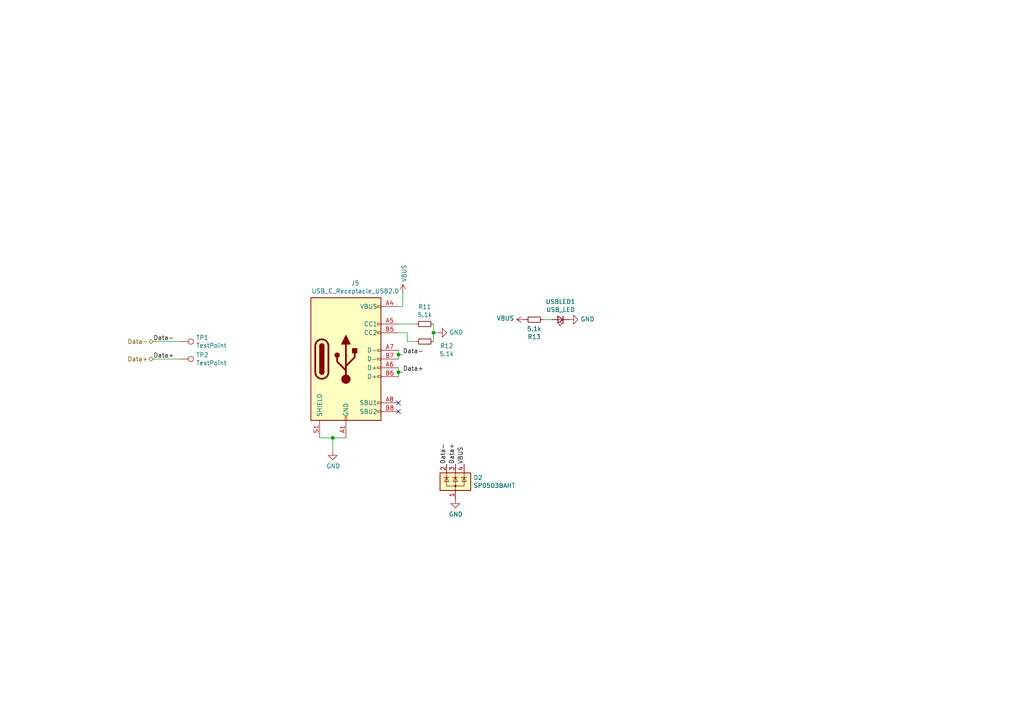
<source format=kicad_sch>
(kicad_sch (version 20231120) (generator "eeschema") (generator_version "8.0")
  (paper "A4")
  (lib_symbols
    (symbol "Connector:TestPoint" (pin_numbers hide) (pin_names (offset 0.762) hide)
      (property "Reference" "TP" (at 0 6.858 0))
      (property "Value" "TestPoint" (at 0 5.08 0))
      (symbol "TestPoint_0_1"
        (circle (center 0 3.302) (radius 0.762))
      )
      (symbol "TestPoint_1_1"
        (pin passive line (at 0 0 90) (length 2.54) (name "1") (number "1"))
      )
    )
    (symbol "Connector:USB_C_Receptacle_USB2.0" (pin_names (offset 1.016))
      (property "Reference" "J" (at -10.16 19.05 0))
      (property "Value" "USB_C_Receptacle_USB2.0" (at 19.05 19.05 0))
      (symbol "USB_C_Receptacle_USB2.0_0_0"
        (rectangle (start -0.254 -17.78) (end 0.254 -16.764))
        (rectangle (start 10.16 -14.986) (end 9.144 -15.494))
        (rectangle (start 10.16 -12.446) (end 9.144 -12.954))
        (rectangle (start 10.16 -4.826) (end 9.144 -5.334))
        (rectangle (start 10.16 -2.286) (end 9.144 -2.794))
        (rectangle (start 10.16 0.254) (end 9.144 -0.254))
        (rectangle (start 10.16 2.794) (end 9.144 2.286))
        (rectangle (start 10.16 7.874) (end 9.144 7.366))
        (rectangle (start 10.16 10.414) (end 9.144 9.906))
        (rectangle (start 10.16 15.494) (end 9.144 14.986))
      )
      (symbol "USB_C_Receptacle_USB2.0_0_1"
        (rectangle (start -10.16 17.78) (end 10.16 -17.78) (stroke (width 0.254)) (fill (type background)))
        (arc (start -8.89 -3.81) (mid -6.985 -5.7067) (end -5.08 -3.81) (stroke (width 0.508)))
        (arc (start -7.62 -3.81) (mid -6.985 -4.4423) (end -6.35 -3.81) (stroke (width 0.254)))
        (arc (start -7.62 -3.81) (mid -6.985 -4.4423) (end -6.35 -3.81) (stroke (width 0.254)) (fill (type outline)))
        (rectangle (start -7.62 -3.81) (end -6.35 3.81) (stroke (width 0.254)) (fill (type outline)))
        (arc (start -6.35 3.81) (mid -6.985 4.4423) (end -7.62 3.81) (stroke (width 0.254)))
        (arc (start -6.35 3.81) (mid -6.985 4.4423) (end -7.62 3.81) (stroke (width 0.254)) (fill (type outline)))
        (arc (start -5.08 3.81) (mid -6.985 5.7067) (end -8.89 3.81) (stroke (width 0.508)))
        (circle (center -2.54 1.143) (radius 0.635) (stroke (width 0.254)) (fill (type outline)))
        (circle (center 0 -5.842) (radius 1.27) (fill (type outline)))
        (polyline (pts (xy -8.89 -3.81) (xy -8.89 3.81)) (stroke (width 0.508)))
        (polyline (pts (xy -5.08 3.81) (xy -5.08 -3.81)) (stroke (width 0.508)))
        (polyline (pts (xy 0 -5.842) (xy 0 4.318)) (stroke (width 0.508)))
        (polyline (pts (xy 0 -3.302) (xy -2.54 -0.762) (xy -2.54 0.508)) (stroke (width 0.508)))
        (polyline (pts (xy 0 -2.032) (xy 2.54 0.508) (xy 2.54 1.778)) (stroke (width 0.508)))
        (polyline (pts (xy -1.27 4.318) (xy 0 6.858) (xy 1.27 4.318) (xy -1.27 4.318)) (stroke (width 0.254)) (fill (type outline)))
        (rectangle (start 1.905 1.778) (end 3.175 3.048) (stroke (width 0.254)) (fill (type outline)))
      )
      (symbol "USB_C_Receptacle_USB2.0_1_1"
        (pin passive line (at 0 -22.86 90) (length 5.08) (name "GND") (number "A1"))
        (pin passive line (at 0 -22.86 90) (length 5.08) hide (name "GND") (number "A12"))
        (pin passive line (at 15.24 15.24 180) (length 5.08) (name "VBUS") (number "A4"))
        (pin bidirectional line (at 15.24 10.16 180) (length 5.08) (name "CC1") (number "A5"))
        (pin bidirectional line (at 15.24 -2.54 180) (length 5.08) (name "D+") (number "A6"))
        (pin bidirectional line (at 15.24 2.54 180) (length 5.08) (name "D-") (number "A7"))
        (pin bidirectional line (at 15.24 -12.7 180) (length 5.08) (name "SBU1") (number "A8"))
        (pin passive line (at 15.24 15.24 180) (length 5.08) hide (name "VBUS") (number "A9"))
        (pin passive line (at 0 -22.86 90) (length 5.08) hide (name "GND") (number "B1"))
        (pin passive line (at 0 -22.86 90) (length 5.08) hide (name "GND") (number "B12"))
        (pin passive line (at 15.24 15.24 180) (length 5.08) hide (name "VBUS") (number "B4"))
        (pin bidirectional line (at 15.24 7.62 180) (length 5.08) (name "CC2") (number "B5"))
        (pin bidirectional line (at 15.24 -5.08 180) (length 5.08) (name "D+") (number "B6"))
        (pin bidirectional line (at 15.24 0 180) (length 5.08) (name "D-") (number "B7"))
        (pin bidirectional line (at 15.24 -15.24 180) (length 5.08) (name "SBU2") (number "B8"))
        (pin passive line (at 15.24 15.24 180) (length 5.08) hide (name "VBUS") (number "B9"))
        (pin passive line (at -7.62 -22.86 90) (length 5.08) (name "SHIELD") (number "S1"))
      )
    )
    (symbol "Device:LED_Small" (pin_numbers hide) (pin_names (offset 0.254) hide)
      (property "Reference" "D" (at -1.27 3.175 0))
      (property "Value" "LED_Small" (at -4.445 -2.54 0))
      (symbol "LED_Small_0_1"
        (polyline (pts (xy -0.762 -1.016) (xy -0.762 1.016)) (stroke (width 0.254)))
        (polyline (pts (xy 1.016 0) (xy -0.762 0)))
        (polyline (pts (xy 0.762 -1.016) (xy -0.762 0) (xy 0.762 1.016) (xy 0.762 -1.016)) (stroke (width 0.254)))
        (polyline (pts (xy 0 0.762) (xy -0.508 1.27) (xy -0.254 1.27) (xy -0.508 1.27) (xy -0.508 1.016)))
        (polyline (pts (xy 0.508 1.27) (xy 0 1.778) (xy 0.254 1.778) (xy 0 1.778) (xy 0 1.524)))
      )
      (symbol "LED_Small_1_1"
        (pin passive line (at -2.54 0 0) (length 1.778) (name "K") (number "1"))
        (pin passive line (at 2.54 0 180) (length 1.778) (name "A") (number "2"))
      )
    )
    (symbol "Device:R_Small" (pin_numbers hide) (pin_names (offset 0.254) hide)
      (property "Reference" "R" (at 0.762 0.508 0))
      (property "Value" "R_Small" (at 0.762 -1.016 0))
      (symbol "R_Small_0_1"
        (rectangle (start -0.762 1.778) (end 0.762 -1.778) (stroke (width 0.2032)))
      )
      (symbol "R_Small_1_1"
        (pin passive line (at 0 2.54 270) (length 0.762) (name "~") (number "1"))
        (pin passive line (at 0 -2.54 90) (length 0.762) (name "~") (number "2"))
      )
    )
    (symbol "Power_Protection:SP0503BAHT" (pin_names hide)
      (property "Reference" "D" (at 5.715 2.54 0))
      (property "Value" "SP0503BAHT" (at 5.715 0.635 0))
      (symbol "SP0503BAHT_0_0"
        (pin passive line (at 0 -5.08 90) (length 2.54) (name "A") (number "1"))
      )
      (symbol "SP0503BAHT_0_1"
        (rectangle (start -4.445 2.54) (end 4.445 -2.54) (stroke (width 0.254)) (fill (type background)))
        (circle (center 0 -1.27) (radius 0.254) (fill (type outline)))
        (polyline (pts (xy -2.54 2.54) (xy -2.54 1.27)))
        (polyline (pts (xy 0 -1.27) (xy 0 -2.54)))
        (polyline (pts (xy 0 -1.27) (xy 0 1.27)))
        (polyline (pts (xy 0 2.54) (xy 0 1.27)))
        (polyline (pts (xy 0.635 1.27) (xy 0.762 1.27)))
        (polyline (pts (xy 2.54 2.54) (xy 2.54 1.27)))
        (polyline (pts (xy 0.635 1.27) (xy -0.762 1.27) (xy -0.762 1.016)))
        (polyline (pts (xy -3.302 1.016) (xy -3.302 1.27) (xy -1.905 1.27) (xy -1.778 1.27)))
        (polyline (pts (xy -2.54 1.27) (xy -2.54 -1.27) (xy 2.54 -1.27) (xy 2.54 1.27)))
        (polyline (pts (xy -2.54 1.27) (xy -1.905 0) (xy -3.175 0) (xy -2.54 1.27)))
        (polyline (pts (xy 0.635 0) (xy -0.635 0) (xy 0 1.27) (xy 0.635 0)))
        (polyline (pts (xy 1.778 1.016) (xy 1.778 1.27) (xy 3.175 1.27) (xy 3.302 1.27)))
        (polyline (pts (xy 2.54 1.27) (xy 1.905 0) (xy 3.175 0) (xy 2.54 1.27)))
      )
      (symbol "SP0503BAHT_1_1"
        (pin passive line (at -2.54 5.08 270) (length 2.54) (name "K") (number "2"))
        (pin passive line (at 0 5.08 270) (length 2.54) (name "K") (number "3"))
        (pin passive line (at 2.54 5.08 270) (length 2.54) (name "K") (number "4"))
      )
    )
    (symbol "power:GND" (power) (pin_names (offset 0))
      (property "Value" "GND" (at 0 -3.81 0))
      (symbol "GND_0_1"
        (polyline (pts (xy 0 0) (xy 0 -1.27) (xy 1.27 -1.27) (xy 0 -2.54) (xy -1.27 -1.27) (xy 0 -1.27)))
      )
      (symbol "GND_1_1"
        (pin power_in line (at 0 0 270) (length 0) hide (name "GND") (number "1"))
      )
    )
    (symbol "power:VBUS" (power) (pin_names (offset 0))
      (property "Value" "VBUS" (at 0 3.81 0))
      (symbol "VBUS_0_1"
        (polyline (pts (xy -0.762 1.27) (xy 0 2.54)))
        (polyline (pts (xy 0 0) (xy 0 2.54)))
        (polyline (pts (xy 0 2.54) (xy 0.762 1.27)))
      )
      (symbol "VBUS_1_1"
        (pin power_in line (at 0 0 90) (length 0) hide (name "VBUS") (number "1"))
      )
    )
  )
  (junction (at 115.57 107.95))
  (junction (at 125.73 96.52))
  (junction (at 96.52 127))
  (junction (at 115.57 102.87))
  (no_connect (at 115.57 119.38))
  (no_connect (at 115.57 116.84))
  (wire (pts (xy 115.57 96.52) (xy 118.11 96.52)))
  (wire (pts (xy 44.45 104.14) (xy 52.07 104.14)))
  (wire (pts (xy 96.52 127) (xy 96.52 130.81)))
  (wire (pts (xy 115.57 107.95) (xy 115.57 109.22)))
  (wire (pts (xy 118.11 96.52) (xy 118.11 99.06)))
  (wire (pts (xy 160.02 92.71) (xy 157.48 92.71)))
  (wire (pts (xy 115.57 102.87) (xy 115.57 101.6)))
  (wire (pts (xy 115.57 102.87) (xy 116.84 102.87)))
  (wire (pts (xy 116.84 85.09) (xy 116.84 88.9)))
  (wire (pts (xy 125.73 93.98) (xy 125.73 96.52)))
  (wire (pts (xy 92.71 127) (xy 96.52 127)))
  (wire (pts (xy 115.57 93.98) (xy 120.65 93.98)))
  (wire (pts (xy 125.73 99.06) (xy 125.73 96.52)))
  (wire (pts (xy 96.52 127) (xy 100.33 127)))
  (wire (pts (xy 125.73 96.52) (xy 127 96.52)))
  (wire (pts (xy 115.57 106.68) (xy 115.57 107.95)))
  (wire (pts (xy 115.57 104.14) (xy 115.57 102.87)))
  (wire (pts (xy 115.57 107.95) (xy 116.84 107.95)))
  (wire (pts (xy 116.84 88.9) (xy 115.57 88.9)))
  (wire (pts (xy 118.11 99.06) (xy 120.65 99.06)))
  (wire (pts (xy 44.45 99.06) (xy 52.07 99.06)))
  (label "Data+" (at 44.45 104.14 0))
  (label "Data+" (at 132.08 134.62 90))
  (label "Data-" (at 44.45 99.06 0))
  (label "Data-" (at 116.84 102.87 0))
  (label "Data+" (at 116.84 107.95 0))
  (label "VBUS" (at 134.62 134.62 90))
  (label "Data-" (at 129.54 134.62 90))
  (hierarchical_label "Data-" (shape bidirectional) (at 44.45 99.06 180))
  (hierarchical_label "Data+" (shape bidirectional) (at 44.45 104.14 180))
  (symbol (lib_id "power:GND") (at 127 96.52 90) (unit 1)
    (property "Reference" "#PWR037" (effects (hide yes)))
    (property "Value" "GND" (at 130.2512 96.393 90) (effects (justify right)))
  )
  (symbol (lib_id "Device:R_Small") (at 123.19 99.06 270) (unit 1)
    (property "Reference" "R12" (at 129.54 100.33 90))
    (property "Value" "5.1k" (at 129.54 102.6414 90))
    (property "Footprint" "Resistor_SMD:R_0402_1005Metric" (effects (hide yes)))
  )
  (symbol (lib_id "Device:R_Small") (at 123.19 93.98 90) (unit 1)
    (property "Reference" "R11" (at 123.19 89.0016 90))
    (property "Value" "5.1k" (at 123.19 91.313 90))
    (property "Footprint" "Resistor_SMD:R_0402_1005Metric" (effects (hide yes)))
  )
  (symbol (lib_id "power:GND") (at 96.52 130.81 0) (unit 1)
    (property "Reference" "#PWR035" (effects (hide yes)))
    (property "Value" "GND" (at 96.647 135.2042 0))
  )
  (symbol (lib_id "Connector:USB_C_Receptacle_USB2.0") (at 100.33 104.14 0) (unit 1)
    (property "Reference" "J5" (at 103.0478 82.1182 0))
    (property "Value" "USB_C_Receptacle_USB2.0" (at 103.0478 84.4296 0))
    (property "Footprint" "Connector_USB:USB_C_Receptacle_Palconn_UTC16-G" (effects (hide yes)))
    (property "Datasheet" "https://www.usb.org/sites/default/files/documents/usb_type-c.zip" (effects (hide yes)))
  )
  (symbol (lib_id "power:GND") (at 132.08 144.78 0) (unit 1)
    (property "Reference" "#PWR038" (effects (hide yes)))
    (property "Value" "GND" (at 132.207 149.1742 0))
  )
  (symbol (lib_id "Power_Protection:SP0503BAHT") (at 132.08 139.7 0) (unit 1)
    (property "Reference" "D2" (at 137.287 138.5316 0) (effects (justify left)))
    (property "Value" "SP0503BAHT" (at 137.287 140.843 0) (effects (justify left)))
    (property "Footprint" "Package_TO_SOT_SMD:SOT-143" (effects (hide yes)))
    (property "Datasheet" "http://www.littelfuse.com/~/media/files/littelfuse/technical%20resources/documents/data%20sheets/sp05xxba.pdf" (effects (hide yes)))
  )
  (symbol (lib_id "power:VBUS") (at 116.84 85.09 0) (unit 1)
    (property "Reference" "#PWR036" (effects (hide yes)))
    (property "Value" "VBUS" (at 117.221 81.8388 90) (effects (justify left)))
  )
  (symbol (lib_id "Connector:TestPoint") (at 52.07 99.06 270) (unit 1)
    (property "Reference" "TP1" (at 56.8452 97.8916 90) (effects (justify left)))
    (property "Value" "TestPoint" (at 56.8452 100.203 90) (effects (justify left)))
    (property "Footprint" "TestPoint:TestPoint_Pad_D1.0mm" (effects (hide yes)))
  )
  (symbol (lib_id "Connector:TestPoint") (at 52.07 104.14 270) (unit 1)
    (property "Reference" "TP2" (at 56.8452 102.9716 90) (effects (justify left)))
    (property "Value" "TestPoint" (at 56.8452 105.283 90) (effects (justify left)))
    (property "Footprint" "TestPoint:TestPoint_Pad_D1.0mm" (effects (hide yes)))
  )
  (symbol (lib_id "Device:LED_Small") (at 162.56 92.71 180) (unit 1)
    (property "Reference" "USBLED1" (at 162.56 87.503 0))
    (property "Value" "USB_LED" (at 162.56 89.8144 0))
    (property "Footprint" "LED_SMD:LED_0402_1005Metric" (effects (hide yes)))
  )
  (symbol (lib_id "Device:R_Small") (at 154.94 92.71 90) (unit 1)
    (property "Reference" "R13" (at 154.94 97.6884 90))
    (property "Value" "5.1k" (at 154.94 95.377 90))
    (property "Footprint" "Resistor_SMD:R_0402_1005Metric" (effects (hide yes)))
  )
  (symbol (lib_id "power:GND") (at 165.1 92.71 90) (unit 1)
    (property "Reference" "#PWR040" (effects (hide yes)))
    (property "Value" "GND" (at 168.3512 92.583 90) (effects (justify right)))
  )
  (symbol (lib_id "power:VBUS") (at 152.4 92.71 90) (unit 1)
    (property "Reference" "#PWR039" (effects (hide yes)))
    (property "Value" "VBUS" (at 149.1488 92.329 90) (effects (justify left)))
  )
)
</source>
